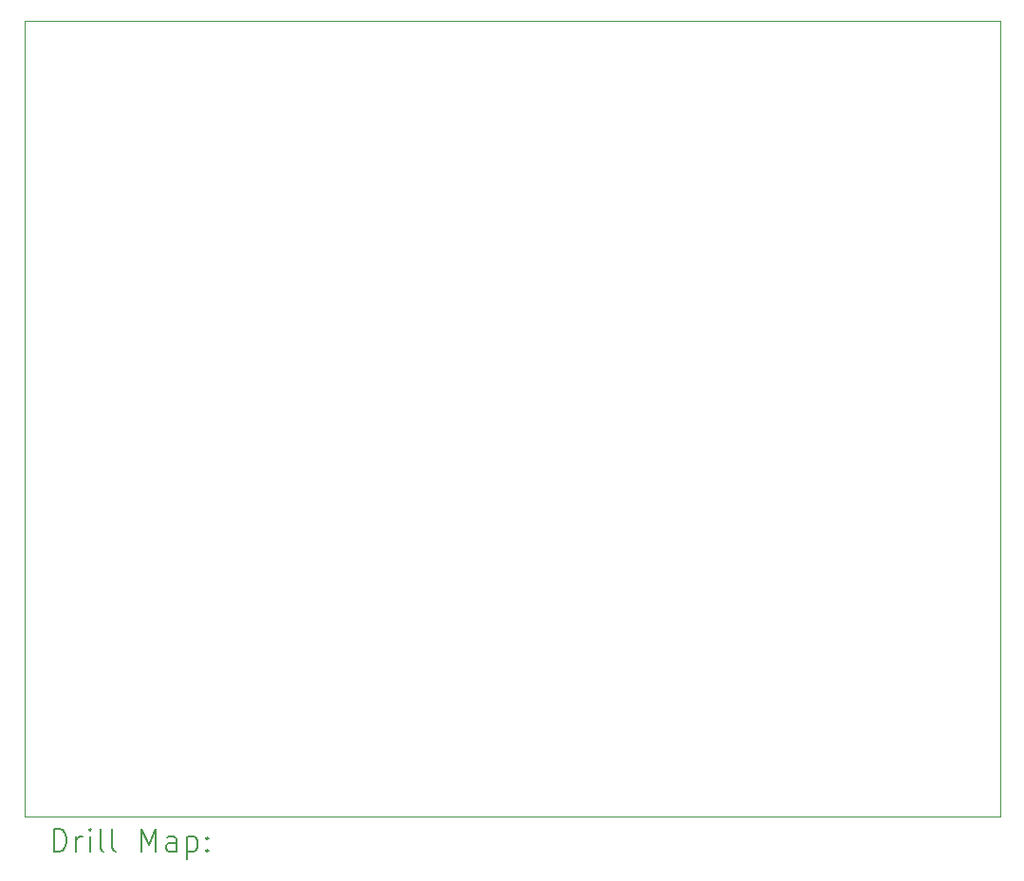
<source format=gbr>
%TF.GenerationSoftware,KiCad,Pcbnew,8.0.5*%
%TF.CreationDate,2024-09-28T21:24:17+05:30*%
%TF.ProjectId,555 DICE,35353520-4449-4434-952e-6b696361645f,rev?*%
%TF.SameCoordinates,Original*%
%TF.FileFunction,Drillmap*%
%TF.FilePolarity,Positive*%
%FSLAX45Y45*%
G04 Gerber Fmt 4.5, Leading zero omitted, Abs format (unit mm)*
G04 Created by KiCad (PCBNEW 8.0.5) date 2024-09-28 21:24:17*
%MOMM*%
%LPD*%
G01*
G04 APERTURE LIST*
%ADD10C,0.050000*%
%ADD11C,0.200000*%
G04 APERTURE END LIST*
D10*
X2700000Y-4450000D02*
X11400000Y-4450000D01*
X11400000Y-11550000D01*
X2700000Y-11550000D01*
X2700000Y-4450000D01*
D11*
X2958277Y-11863984D02*
X2958277Y-11663984D01*
X2958277Y-11663984D02*
X3005896Y-11663984D01*
X3005896Y-11663984D02*
X3034467Y-11673508D01*
X3034467Y-11673508D02*
X3053515Y-11692555D01*
X3053515Y-11692555D02*
X3063039Y-11711603D01*
X3063039Y-11711603D02*
X3072562Y-11749698D01*
X3072562Y-11749698D02*
X3072562Y-11778269D01*
X3072562Y-11778269D02*
X3063039Y-11816365D01*
X3063039Y-11816365D02*
X3053515Y-11835412D01*
X3053515Y-11835412D02*
X3034467Y-11854460D01*
X3034467Y-11854460D02*
X3005896Y-11863984D01*
X3005896Y-11863984D02*
X2958277Y-11863984D01*
X3158277Y-11863984D02*
X3158277Y-11730650D01*
X3158277Y-11768746D02*
X3167801Y-11749698D01*
X3167801Y-11749698D02*
X3177324Y-11740174D01*
X3177324Y-11740174D02*
X3196372Y-11730650D01*
X3196372Y-11730650D02*
X3215420Y-11730650D01*
X3282086Y-11863984D02*
X3282086Y-11730650D01*
X3282086Y-11663984D02*
X3272562Y-11673508D01*
X3272562Y-11673508D02*
X3282086Y-11683031D01*
X3282086Y-11683031D02*
X3291610Y-11673508D01*
X3291610Y-11673508D02*
X3282086Y-11663984D01*
X3282086Y-11663984D02*
X3282086Y-11683031D01*
X3405896Y-11863984D02*
X3386848Y-11854460D01*
X3386848Y-11854460D02*
X3377324Y-11835412D01*
X3377324Y-11835412D02*
X3377324Y-11663984D01*
X3510658Y-11863984D02*
X3491610Y-11854460D01*
X3491610Y-11854460D02*
X3482086Y-11835412D01*
X3482086Y-11835412D02*
X3482086Y-11663984D01*
X3739229Y-11863984D02*
X3739229Y-11663984D01*
X3739229Y-11663984D02*
X3805896Y-11806841D01*
X3805896Y-11806841D02*
X3872562Y-11663984D01*
X3872562Y-11663984D02*
X3872562Y-11863984D01*
X4053515Y-11863984D02*
X4053515Y-11759222D01*
X4053515Y-11759222D02*
X4043991Y-11740174D01*
X4043991Y-11740174D02*
X4024943Y-11730650D01*
X4024943Y-11730650D02*
X3986848Y-11730650D01*
X3986848Y-11730650D02*
X3967801Y-11740174D01*
X4053515Y-11854460D02*
X4034467Y-11863984D01*
X4034467Y-11863984D02*
X3986848Y-11863984D01*
X3986848Y-11863984D02*
X3967801Y-11854460D01*
X3967801Y-11854460D02*
X3958277Y-11835412D01*
X3958277Y-11835412D02*
X3958277Y-11816365D01*
X3958277Y-11816365D02*
X3967801Y-11797317D01*
X3967801Y-11797317D02*
X3986848Y-11787793D01*
X3986848Y-11787793D02*
X4034467Y-11787793D01*
X4034467Y-11787793D02*
X4053515Y-11778269D01*
X4148753Y-11730650D02*
X4148753Y-11930650D01*
X4148753Y-11740174D02*
X4167801Y-11730650D01*
X4167801Y-11730650D02*
X4205896Y-11730650D01*
X4205896Y-11730650D02*
X4224944Y-11740174D01*
X4224944Y-11740174D02*
X4234467Y-11749698D01*
X4234467Y-11749698D02*
X4243991Y-11768746D01*
X4243991Y-11768746D02*
X4243991Y-11825888D01*
X4243991Y-11825888D02*
X4234467Y-11844936D01*
X4234467Y-11844936D02*
X4224944Y-11854460D01*
X4224944Y-11854460D02*
X4205896Y-11863984D01*
X4205896Y-11863984D02*
X4167801Y-11863984D01*
X4167801Y-11863984D02*
X4148753Y-11854460D01*
X4329705Y-11844936D02*
X4339229Y-11854460D01*
X4339229Y-11854460D02*
X4329705Y-11863984D01*
X4329705Y-11863984D02*
X4320182Y-11854460D01*
X4320182Y-11854460D02*
X4329705Y-11844936D01*
X4329705Y-11844936D02*
X4329705Y-11863984D01*
X4329705Y-11740174D02*
X4339229Y-11749698D01*
X4339229Y-11749698D02*
X4329705Y-11759222D01*
X4329705Y-11759222D02*
X4320182Y-11749698D01*
X4320182Y-11749698D02*
X4329705Y-11740174D01*
X4329705Y-11740174D02*
X4329705Y-11759222D01*
M02*

</source>
